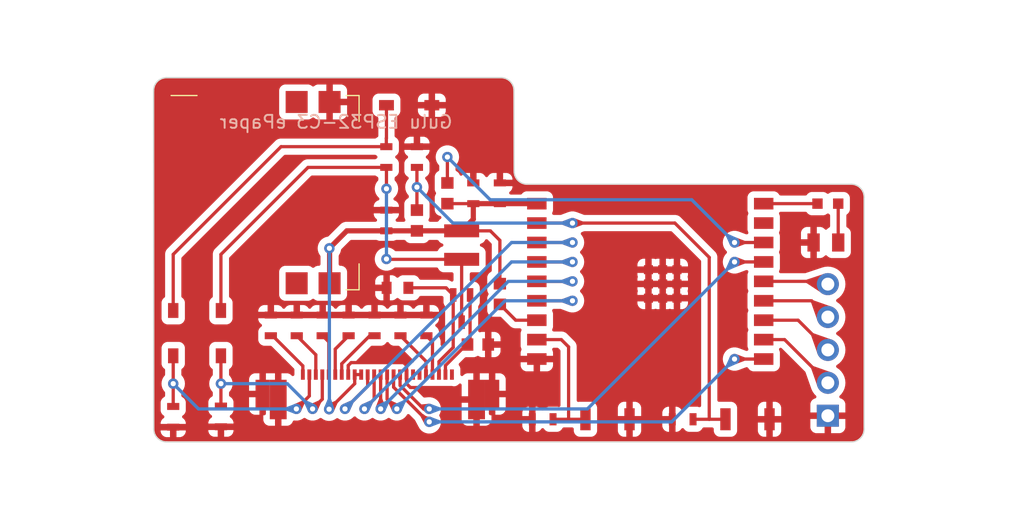
<source format=kicad_pcb>
(kicad_pcb (version 20240108) (generator "pcbnew") (generator_version "8.0")
  (title_block (title "Gulu_ESP32-C3_ePaper") (date "2024-03-05") (rev "2.0.0") (company "Github.com/Plaenkler"))
  (layers (0 "F.Cu" jumper) (31 "B.Cu" signal) (34 "B.Paste" user) (35 "F.Paste" user) (36 "B.SilkS" user "B.Silkscreen") (37 "F.SilkS" user "F.Silkscreen") (38 "B.Mask" user) (39 "F.Mask" user) (44 "Edge.Cuts" user))
  (net 0 "")
  (net 1 "GND")
  (net 2 "Net-(C1-Pad1)")
  (net 3 "+3.3V")
  (net 4 "Net-(C2-Pad1)")
  (net 5 "EN")
  (net 6 "Net-(D1-K)")
  (net 7 "Net-(D3-A)")
  (net 8 "IO9")
  (net 9 "EPD_VGL")
  (net 10 "EPD_VGH")
  (net 11 "Net-(C3-Pad1)")
  (net 12 "EPD_BUSY")
  (net 13 "EPD_RST")
  (net 14 "EPD_DC")
  (net 15 "EPD_CS")
  (net 16 "IO8")
  (net 17 "RXD")
  (net 18 "TXD")
  (net 19 "IO2")
  (net 20 "EPD_DIN")
  (net 21 "EPD_SCK")
  (net 22 "EPD_RESE")
  (net 23 "EPD_GDR")
  (net 24 "Net-(C4-Pad1)")
  (net 30 "Net-(C5-Pad1)")
  (net 31 "Net-(C9-Pad1)")
  (net 32 "Net-(C11-Pad1)")
  (net 34 "USB_DP")
  (net 35 "USB_DM")
  (net 36 "LED")
  (net 37 "Net-(LED1-K)")
  (footprint "SamacSys_Parts:CAPC1608X90N" (layer "F.Cu") (at 140.8927 105.125 90)
    (property "Reference" "C9" (hide yes))
    (property "Value" "4,7uF" (hide yes))
    (pad "1" smd rect (at -0.8 0 90) (size 0.54 0.94) (layers "F.Cu" "F.Paste" "F.Mask") (net 31 "Net-(C9-Pad1)"))
    (pad "2" smd rect (at 0.8 0 90) (size 0.54 0.94) (layers "F.Cu" "F.Paste" "F.Mask") (net 1 "GND"))
  )
  (footprint "SamacSys_Parts:RESC1608X55N" (layer "F.Cu") (at 148.5627 102.705 -90)
    (property "Reference" "R2" (hide yes))
    (property "Value" "10k" (hide yes))
    (pad "1" smd rect (at -0.8 0 270) (size 0.9 0.95) (layers "F.Cu" "F.Paste" "F.Mask") (net 3 "+3.3V"))
    (pad "2" smd rect (at 0.8 0 270) (size 0.9 0.95) (layers "F.Cu" "F.Paste" "F.Mask") (net 16 "IO8"))
  )
  (footprint "SamacSys_Parts:CAPC1608X90N" (layer "F.Cu") (at 142.8927 105.125 90)
    (property "Reference" "C11" (hide yes))
    (property "Value" "4,7uF" (hide yes))
    (pad "1" smd rect (at -0.8 0 90) (size 0.54 0.94) (layers "F.Cu" "F.Paste" "F.Mask") (net 32 "Net-(C11-Pad1)"))
    (pad "2" smd rect (at 0.8 0 90) (size 0.54 0.94) (layers "F.Cu" "F.Paste" "F.Mask") (net 1 "GND"))
  )
  (footprint "SamacSys_Parts:B3U-1000P" (layer "F.Cu") (at 167.6627 112.375 180)
    (property "Reference" "S2" (hide yes))
    (property "Value" "B3U-1000P" (hide yes))
    (pad "1" smd rect (at 1.7 0 180) (size 0.8 1.7) (layers "F.Cu" "F.Paste" "F.Mask") (net 5 "EN"))
    (pad "2" smd rect (at -1.7 0 180) (size 0.8 1.7) (layers "F.Cu" "F.Paste" "F.Mask") (net 1 "GND"))
  )
  (footprint "SamacSys_Parts:CAPC1608X90N" (layer "F.Cu") (at 123.3627 112.185 -90)
    (property "Reference" "C16" (hide yes))
    (property "Value" "4,7uF" (hide yes))
    (pad "1" smd rect (at -0.8 0 270) (size 0.54 0.94) (layers "F.Cu" "F.Paste" "F.Mask") (net 9 "EPD_VGL"))
    (pad "2" smd rect (at 0.8 0 270) (size 0.54 0.94) (layers "F.Cu" "F.Paste" "F.Mask") (net 1 "GND"))
  )
  (footprint "SamacSys_Parts:5982000107F" (layer "F.Cu") (at 173.8627 95.725 180)
    (property "Reference" "LED1" (hide yes))
    (property "Value" "598-2000-107F" (hide yes))
    (pad "1" smd rect (at -0.8 0 180) (size 0.8 0.8) (layers "F.Cu" "F.Paste" "F.Mask") (net 37 "Net-(LED1-K)"))
    (pad "2" smd rect (at 0.8 0 180) (size 0.8 0.8) (layers "F.Cu" "F.Paste" "F.Mask") (net 36 "LED"))
  )
  (footprint "Egg_LDO_1000:Egg_LDO_1000" (layer "F.Cu") (at 130.2 94.875 90)
    (property "Reference" "U1" (hide yes))
    (property "Value" "Egg_LDO_1000" (hide yes))
    (fp_line (start 7.5 -7) (end 7.5 -5) (stroke (width 0.1)) (layer "F.SilkS"))
    (fp_line (start 7.5 7.5) (end 7.5 6.5) (stroke (width 0.1)) (layer "F.SilkS"))
    (fp_line (start 7.5 7.5) (end 5.5 7.5) (stroke (width 0.1)) (layer "F.SilkS"))
    (fp_line (start -7.5 7.5) (end -7.5 6.5) (stroke (width 0.1)) (layer "F.SilkS"))
    (fp_line (start -7.5 7.5) (end -5.5 7.5) (stroke (width 0.1)) (layer "F.SilkS"))
    (pad "1" smd rect (at -7 2.685 90) (size 1.7 1.7) (layers "F.Cu" "F.Paste" "F.Mask"))
    (pad "2" smd rect (at -7 5.225 90) (size 1.7 1.7) (layers "F.Cu" "F.Paste" "F.Mask") (net 3 "+3.3V"))
    (pad "3" smd rect (at 7 2.685 90) (size 1.7 1.7) (layers "F.Cu" "F.Paste" "F.Mask"))
    (pad "4" smd rect (at 7 5.225 90) (size 1.7 1.7) (layers "F.Cu" "F.Paste" "F.Mask") (net 1 "GND"))
  )
  (footprint "SamacSys_Parts:CAPC1608X90N" (layer "F.Cu") (at 139.8027 97.025 90)
    (property "Reference" "C12" (hide yes))
    (property "Value" "4,7uF" (hide yes))
    (pad "1" smd rect (at -0.8 0 90) (size 0.54 0.94) (layers "F.Cu" "F.Paste" "F.Mask") (net 3 "+3.3V"))
    (pad "2" smd rect (at 0.8 0 90) (size 0.54 0.94) (layers "F.Cu" "F.Paste" "F.Mask") (net 1 "GND"))
  )
  (footprint "SamacSys_Parts:CAPC1608X90N" (layer "F.Cu") (at 127.0427 112.155 -90)
    (property "Reference" "C17" (hide yes))
    (property "Value" "4,7uF" (hide yes))
    (pad "1" smd rect (at -0.8 0 270) (size 0.54 0.94) (layers "F.Cu" "F.Paste" "F.Mask") (net 10 "EPD_VGH"))
    (pad "2" smd rect (at 0.8 0 270) (size 0.54 0.94) (layers "F.Cu" "F.Paste" "F.Mask") (net 1 "GND"))
  )
  (footprint "SamacSys_Parts:RESC1608X55N" (layer "F.Cu") (at 146.8627 106.605)
    (property "Reference" "R4" (hide yes))
    (property "Value" "10k" (hide yes))
    (pad "1" smd rect (at -0.8 0) (size 0.9 0.95) (layers "F.Cu" "F.Paste" "F.Mask") (net 23 "EPD_GDR"))
    (pad "2" smd rect (at 0.8 0) (size 0.9 0.95) (layers "F.Cu" "F.Paste" "F.Mask") (net 1 "GND"))
  )
  (footprint "SamacSys_Parts:524352471" (layer "F.Cu") (at 139.1127 111.775)
    (property "Reference" "J1" (hide yes))
    (property "Value" "52435-2471" (hide yes))
    (pad "1" smd rect (at -5.75 -2.85) (size 0.3 0.8) (layers "F.Cu" "F.Paste" "F.Mask") (net 2 "Net-(C1-Pad1)"))
    (pad "2" smd rect (at -5.25 -2.85) (size 0.3 0.8) (layers "F.Cu" "F.Paste" "F.Mask") (net 9 "EPD_VGL"))
    (pad "3" smd rect (at -4.75 -2.85) (size 0.3 0.8) (layers "F.Cu" "F.Paste" "F.Mask") (net 4 "Net-(C2-Pad1)"))
    (pad "4" smd rect (at -4.25 -2.85) (size 0.3 0.8) (layers "F.Cu" "F.Paste" "F.Mask") (net 10 "EPD_VGH"))
    (pad "5" smd rect (at -3.75 -2.85) (size 0.3 0.8) (layers "F.Cu" "F.Paste" "F.Mask") (net 11 "Net-(C3-Pad1)"))
    (pad "6" smd rect (at -3.25 -2.85) (size 0.3 0.8) (layers "F.Cu" "F.Paste" "F.Mask") (net 24 "Net-(C4-Pad1)"))
    (pad "7" smd rect (at -2.75 -2.85) (size 0.3 0.8) (layers "F.Cu" "F.Paste" "F.Mask") (net 30 "Net-(C5-Pad1)"))
    (pad "8" smd rect (at -2.25 -2.85) (size 0.3 0.8) (layers "F.Cu" "F.Paste" "F.Mask") (net 1 "GND"))
    (pad "9" smd rect (at -1.75 -2.85) (size 0.3 0.8) (layers "F.Cu" "F.Paste" "F.Mask") (net 3 "+3.3V"))
    (pad "10" smd rect (at -1.25 -2.85) (size 0.3 0.8) (layers "F.Cu" "F.Paste" "F.Mask") (net 3 "+3.3V"))
    (pad "11" smd rect (at -0.75 -2.85) (size 0.3 0.8) (layers "F.Cu" "F.Paste" "F.Mask") (net 20 "EPD_DIN"))
    (pad "12" smd rect (at -0.25 -2.85) (size 0.3 0.8) (layers "F.Cu" "F.Paste" "F.Mask") (net 21 "EPD_SCK"))
    (pad "13" smd rect (at 0.25 -2.85) (size 0.3 0.8) (layers "F.Cu" "F.Paste" "F.Mask") (net 15 "EPD_CS"))
    (pad "14" smd rect (at 0.75 -2.85) (size 0.3 0.8) (layers "F.Cu" "F.Paste" "F.Mask") (net 14 "EPD_DC"))
    (pad "15" smd rect (at 1.25 -2.85) (size 0.3 0.8) (layers "F.Cu" "F.Paste" "F.Mask") (net 13 "EPD_RST"))
    (pad "16" smd rect (at 1.75 -2.85) (size 0.3 0.8) (layers "F.Cu" "F.Paste" "F.Mask") (net 12 "EPD_BUSY"))
    (pad "17" smd rect (at 2.25 -2.85) (size 0.3 0.8) (layers "F.Cu" "F.Paste" "F.Mask") (net 1 "GND"))
    (pad "18" smd rect (at 2.75 -2.85) (size 0.3 0.8) (layers "F.Cu" "F.Paste" "F.Mask"))
    (pad "19" smd rect (at 3.25 -2.85) (size 0.3 0.8) (layers "F.Cu" "F.Paste" "F.Mask"))
    (pad "20" smd rect (at 3.75 -2.85) (size 0.3 0.8) (layers "F.Cu" "F.Paste" "F.Mask") (net 31 "Net-(C9-Pad1)"))
    (pad "21" smd rect (at 4.25 -2.85) (size 0.3 0.8) (layers "F.Cu" "F.Paste" "F.Mask") (net 32 "Net-(C11-Pad1)"))
    (pad "22" smd rect (at 4.75 -2.85) (size 0.3 0.8) (layers "F.Cu" "F.Paste" "F.Mask") (net 22 "EPD_RESE"))
    (pad "23" smd rect (at 5.25 -2.85) (size 0.3 0.8) (layers "F.Cu" "F.Paste" "F.Mask") (net 23 "EPD_GDR"))
    (pad "24" smd rect (at 5.75 -2.85) (size 0.3 0.8) (layers "F.Cu" "F.Paste" "F.Mask"))
    (pad "MP1" smd rect (at -8.85 -1.35) (size 1.1 2.2) (layers "F.Cu" "F.Paste" "F.Mask") (net 1 "GND"))
    (pad "MP2" smd rect (at -7.65 -0.925) (size 1.3 3.05) (layers "F.Cu" "F.Paste" "F.Mask") (net 1 "GND"))
    (pad "MP3" smd rect (at 7.65 -0.925) (size 1.3 3.05) (layers "F.Cu" "F.Paste" "F.Mask") (net 1 "GND"))
    (pad "MP4" smd rect (at 8.85 -1.35) (size 1.1 2.2) (layers "F.Cu" "F.Paste" "F.Mask") (net 1 "GND"))
  )
  (footprint "SamacSys_Parts:CAPC1608X90N" (layer "F.Cu") (at 146.5127 94.925 90)
    (property "Reference" "C7" (hide yes))
    (property "Value" "4,7uF" (hide yes))
    (pad "1" smd rect (at -0.8 0 90) (size 0.54 0.94) (layers "F.Cu" "F.Paste" "F.Mask") (net 3 "+3.3V"))
    (pad "2" smd rect (at 0.8 0 90) (size 0.54 0.94) (layers "F.Cu" "F.Paste" "F.Mask") (net 1 "GND"))
  )
  (footprint "SamacSys_Parts:RESC1608X55N" (layer "F.Cu") (at 144.5127 94.925 90)
    (property "Reference" "R1" (hide yes))
    (property "Value" "10k" (hide yes))
    (pad "1" smd rect (at -0.8 0 90) (size 0.9 0.95) (layers "F.Cu" "F.Paste" "F.Mask") (net 3 "+3.3V"))
    (pad "2" smd rect (at 0.8 0 90) (size 0.9 0.95) (layers "F.Cu" "F.Paste" "F.Mask") (net 19 "IO2"))
  )
  (footprint "SamacSys_Parts:CAPC1608X90N" (layer "F.Cu") (at 138.8927 105.125 90)
    (property "Reference" "C5" (hide yes))
    (property "Value" "4,7uF" (hide yes))
    (pad "1" smd rect (at -0.8 0 90) (size 0.54 0.94) (layers "F.Cu" "F.Paste" "F.Mask") (net 30 "Net-(C5-Pad1)"))
    (pad "2" smd rect (at 0.8 0 90) (size 0.54 0.94) (layers "F.Cu" "F.Paste" "F.Mask") (net 1 "GND"))
  )
  (footprint "SamacSys_Parts:RESC1608X60N" (layer "F.Cu") (at 140.6627 102.225 180)
    (property "Reference" "R5" (hide yes))
    (property "Value" "0,47" (hide yes))
    (pad "1" smd rect (at -0.8382 0 180) (size 0.762 0.9398) (layers "F.Cu" "F.Paste" "F.Mask") (net 22 "EPD_RESE"))
    (pad "2" smd rect (at 0.8382 0 180) (size 0.762 0.9398) (layers "F.Cu" "F.Paste" "F.Mask") (net 1 "GND"))
  )
  (footprint "SamacSys_Parts:CAPC1608X90N" (layer "F.Cu") (at 132.8927 105.125 90)
    (property "Reference" "C2" (hide yes))
    (property "Value" "4,7uF" (hide yes))
    (pad "1" smd rect (at -0.8 0 90) (size 0.54 0.94) (layers "F.Cu" "F.Paste" "F.Mask") (net 4 "Net-(C2-Pad1)"))
    (pad "2" smd rect (at 0.8 0 90) (size 0.54 0.94) (layers "F.Cu" "F.Paste" "F.Mask") (net 1 "GND"))
  )
  (footprint "SamacSys_Parts:CAPC1608X90N" (layer "F.Cu") (at 134.8927 105.125 90)
    (property "Reference" "C3" (hide yes))
    (property "Value" "4,7uF" (hide yes))
    (pad "1" smd rect (at -0.8 0 90) (size 0.54 0.94) (layers "F.Cu" "F.Paste" "F.Mask") (net 11 "Net-(C3-Pad1)"))
    (pad "2" smd rect (at 0.8 0 90) (size 0.54 0.94) (layers "F.Cu" "F.Paste" "F.Mask") (net 1 "GND"))
  )
  (footprint "SamacSys_Parts:RESC2012X60N" (layer "F.Cu") (at 173.7127 98.725 180)
    (property "Reference" "R6" (hide yes))
    (property "Value" "60,4" (hide yes))
    (pad "1" smd rect (at -0.95 0 180) (size 0.95 1.4) (layers "F.Cu" "F.Paste" "F.Mask") (net 37 "Net-(LED1-K)"))
    (pad "2" smd rect (at 0.95 0 180) (size 0.95 1.4) (layers "F.Cu" "F.Paste" "F.Mask") (net 1 "GND"))
  )
  (footprint "SamacSys_Parts:CAPC1608X90N" (layer "F.Cu") (at 148.5627 94.925 90)
    (property "Reference" "C10" (hide yes))
    (property "Value" "0,1uF" (hide yes))
    (pad "1" smd rect (at -0.8 0 90) (size 0.54 0.94) (layers "F.Cu" "F.Paste" "F.Mask") (net 3 "+3.3V"))
    (pad "2" smd rect (at 0.8 0 90) (size 0.54 0.94) (layers "F.Cu" "F.Paste" "F.Mask") (net 1 "GND"))
  )
  (footprint "SamacSys_Parts:CAPC1608X90N" (layer "F.Cu") (at 130.8927 105.125 90)
    (property "Reference" "C1" (hide yes))
    (property "Value" "4,7uF" (hide yes))
    (pad "1" smd rect (at -0.8 0 90) (size 0.54 0.94) (layers "F.Cu" "F.Paste" "F.Mask") (net 2 "Net-(C1-Pad1)"))
    (pad "2" smd rect (at 0.8 0 90) (size 0.54 0.94) (layers "F.Cu" "F.Paste" "F.Mask") (net 1 "GND"))
  )
  (footprint "SamacSys_Parts:CAPC1608X90N" (layer "F.Cu") (at 136.8927 105.125 90)
    (property "Reference" "C4" (hide yes))
    (property "Value" "4,7uF" (hide yes))
    (pad "1" smd rect (at -0.8 0 90) (size 0.54 0.94) (layers "F.Cu" "F.Paste" "F.Mask") (net 24 "Net-(C4-Pad1)"))
    (pad "2" smd rect (at 0.8 0 90) (size 0.54 0.94) (layers "F.Cu" "F.Paste" "F.Mask") (net 1 "GND"))
  )
  (footprint "SamacSys_Parts:SOD3716X135N" (layer "F.Cu") (at 123.3627 105.725 -90)
    (property "Reference" "D1" (hide yes))
    (property "Value" "MBR0530T1G" (hide yes))
    (pad "1" smd rect (at -1.75 0) (size 0.8 1.15) (layers "F.Cu" "F.Paste" "F.Mask") (net 6 "Net-(D1-K)"))
    (pad "2" smd rect (at 1.75 0) (size 0.8 1.15) (layers "F.Cu" "F.Paste" "F.Mask") (net 9 "EPD_VGL"))
  )
  (footprint "SamacSys_Parts:SOD3716X135N" (layer "F.Cu") (at 127.0427 105.725 90)
    (property "Reference" "D3" (hide yes))
    (property "Value" "MBR0530T1G" (hide yes))
    (pad "1" smd rect (at -1.75 0 180) (size 0.8 1.15) (layers "F.Cu" "F.Paste" "F.Mask") (net 10 "EPD_VGH"))
    (pad "2" smd rect (at 1.75 0 180) (size 0.8 1.15) (layers "F.Cu" "F.Paste" "F.Mask") (net 7 "Net-(D3-A)"))
  )
  (footprint "SamacSys_Parts:SOD3716X135N" (layer "F.Cu") (at 141.5627 88.125 180)
    (property "Reference" "D2" (hide yes))
    (property "Value" "MBR0530T1G" (hide yes))
    (pad "1" smd rect (at -1.75 0 270) (size 0.8 1.15) (layers "F.Cu" "F.Paste" "F.Mask") (net 1 "GND"))
    (pad "2" smd rect (at 1.75 0 270) (size 0.8 1.15) (layers "F.Cu" "F.Paste" "F.Mask") (net 6 "Net-(D1-K)"))
  )
  (footprint "SamacSys_Parts:CAPC1608X90N" (layer "F.Cu") (at 162.6627 112.375 180)
    (property "Reference" "C13" (hide yes))
    (property "Value" "0,1uF" (hide yes))
    (pad "1" smd rect (at -0.8 0 180) (size 0.54 0.94) (layers "F.Cu" "F.Paste" "F.Mask") (net 5 "EN"))
    (pad "2" smd rect (at 0.8 0 180) (size 0.54 0.94) (layers "F.Cu" "F.Paste" "F.Mask") (net 1 "GND"))
  )
  (footprint "SamacSys_Parts:CAPC1608X90N" (layer "F.Cu") (at 151.8627 112.375 180)
    (property "Reference" "C6" (hide yes))
    (property "Value" "0,1uF" (hide yes))
    (pad "1" smd rect (at -0.8 0 180) (size 0.54 0.94) (layers "F.Cu" "F.Paste" "F.Mask") (net 8 "IO9"))
    (pad "2" smd rect (at 0.8 0 180) (size 0.54 0.94) (layers "F.Cu" "F.Paste" "F.Mask") (net 1 "GND"))
  )
  (footprint "SamacSys_Parts:CAPC1608X90N" (layer "F.Cu") (at 142.1627 92.125 90)
    (property "Reference" "C14" (hide yes))
    (property "Value" "1uF" (hide yes))
    (pad "1" smd rect (at -0.8 0 90) (size 0.54 0.94) (layers "F.Cu" "F.Paste" "F.Mask") (net 5 "EN"))
    (pad "2" smd rect (at 0.8 0 90) (size 0.54 0.94) (layers "F.Cu" "F.Paste" "F.Mask") (net 1 "GND"))
  )
  (footprint "Connector_PinHeader_2.54mm:PinHeader_1x05_P2.54mm_Vertical" (layer "F.Cu") (at 173.8627 112.1 180)
    (property "Reference" "J2" (hide yes))
    (property "Value" "Conn_01x05" (hide yes))
    (pad "1" thru_hole rect (at 0 0 180) (size 1.7 1.7) (drill 1) (layers "*.Cu" "*.Mask") (net 1 "GND"))
    (pad "2" thru_hole oval (at 0 2.54 180) (size 1.7 1.7) (drill 1) (layers "*.Cu" "*.Mask") (net 17 "RXD"))
    (pad "3" thru_hole oval (at 0 5.08 180) (size 1.7 1.7) (drill 1) (layers "*.Cu" "*.Mask") (net 18 "TXD"))
    (pad "4" thru_hole oval (at 0 7.62 180) (size 1.7 1.7) (drill 1) (layers "*.Cu" "*.Mask") (net 34 "USB_DP"))
    (pad "5" thru_hole oval (at 0 10.16 180) (size 1.7 1.7) (drill 1) (layers "*.Cu" "*.Mask") (net 35 "USB_DM"))
  )
  (footprint "SamacSys_Parts:CAPC1608X90N" (layer "F.Cu") (at 139.8027 92.125 -90)
    (property "Reference" "C15" (hide yes))
    (property "Value" "4,7uF" (hide yes))
    (pad "1" smd rect (at -0.8 0 270) (size 0.54 0.94) (layers "F.Cu" "F.Paste" "F.Mask") (net 6 "Net-(D1-K)"))
    (pad "2" smd rect (at 0.8 0 270) (size 0.54 0.94) (layers "F.Cu" "F.Paste" "F.Mask") (net 7 "Net-(D3-A)"))
  )
  (footprint "SamacSys_Parts:B3U-1000P" (layer "F.Cu") (at 156.8627 112.375 180)
    (property "Reference" "S1" (hide yes))
    (property "Value" "B3U-1000P" (hide yes))
    (pad "1" smd rect (at 1.7 0 180) (size 0.8 1.7) (layers "F.Cu" "F.Paste" "F.Mask") (net 8 "IO9"))
    (pad "2" smd rect (at -1.7 0 180) (size 0.8 1.7) (layers "F.Cu" "F.Paste" "F.Mask") (net 1 "GND"))
  )
  (footprint "SamacSys_Parts:SRN3015" (layer "F.Cu") (at 145.6127 98.925 180)
    (property "Reference" "L1" (hide yes))
    (property "Value" "10uH" (hide yes))
    (pad "1" smd rect (at 0 1.1 270) (size 1 2.7) (layers "F.Cu" "F.Paste" "F.Mask") (net 3 "+3.3V"))
    (pad "2" smd rect (at 0 -1.1 270) (size 1 2.7) (layers "F.Cu" "F.Paste" "F.Mask") (net 7 "Net-(D3-A)"))
  )
  (footprint "SamacSys_Parts:ESP32C3WROOM02H4" (layer "F.Cu") (at 150.6627 108.625)
    (property "Reference" "IC1" (hide yes))
    (property "Value" "ESP32-C3-WROOM-02-H4" (hide yes))
    (pad "1" smd rect (at 0.75 -12.9 90) (size 0.9 1.5) (layers "F.Cu" "F.Paste" "F.Mask") (net 3 "+3.3V"))
    (pad "2" smd rect (at 0.75 -11.4 90) (size 0.9 1.5) (layers "F.Cu" "F.Paste" "F.Mask") (net 5 "EN"))
    (pad "3" smd rect (at 0.75 -9.9 90) (size 0.9 1.5) (layers "F.Cu" "F.Paste" "F.Mask") (net 20 "EPD_DIN"))
    (pad "4" smd rect (at 0.75 -8.4 90) (size 0.9 1.5) (layers "F.Cu" "F.Paste" "F.Mask") (net 21 "EPD_SCK"))
    (pad "5" smd rect (at 0.75 -6.9 90) (size 0.9 1.5) (layers "F.Cu" "F.Paste" "F.Mask") (net 15 "EPD_CS"))
    (pad "6" smd rect (at 0.75 -5.4 90) (size 0.9 1.5) (layers "F.Cu" "F.Paste" "F.Mask") (net 14 "EPD_DC"))
    (pad "7" smd rect (at 0.75 -3.9 90) (size 0.9 1.5) (layers "F.Cu" "F.Paste" "F.Mask") (net 16 "IO8"))
    (pad "8" smd rect (at 0.75 -2.4 90) (size 0.9 1.5) (layers "F.Cu" "F.Paste" "F.Mask") (net 8 "IO9"))
    (pad "9" smd rect (at 0.75 -0.9 90) (size 0.9 1.5) (layers "F.Cu" "F.Paste" "F.Mask") (net 1 "GND"))
    (pad "10" smd rect (at 18.25 -0.9 90) (size 0.9 1.5) (layers "F.Cu" "F.Paste" "F.Mask") (net 13 "EPD_RST"))
    (pad "11" smd rect (at 18.25 -2.4 90) (size 0.9 1.5) (layers "F.Cu" "F.Paste" "F.Mask") (net 17 "RXD"))
    (pad "12" smd rect (at 18.25 -3.9 90) (size 0.9 1.5) (layers "F.Cu" "F.Paste" "F.Mask") (net 18 "TXD"))
    (pad "13" smd rect (at 18.25 -5.4 90) (size 0.9 1.5) (layers "F.Cu" "F.Paste" "F.Mask") (net 34 "USB_DP"))
    (pad "14" smd rect (at 18.25 -6.9 90) (size 0.9 1.5) (layers "F.Cu" "F.Paste" "F.Mask") (net 35 "USB_DM"))
    (pad "15" smd rect (at 18.25 -8.4 90) (size 0.9 1.5) (layers "F.Cu" "F.Paste" "F.Mask") (net 12 "EPD_BUSY"))
    (pad "16" smd rect (at 18.25 -9.9 90) (size 0.9 1.5) (layers "F.Cu" "F.Paste" "F.Mask") (net 19 "IO2"))
    (pad "17" smd rect (at 18.25 -11.4 90) (size 0.9 1.5) (layers "F.Cu" "F.Paste" "F.Mask"))
    (pad "18" smd rect (at 18.25 -12.9 90) (size 0.9 1.5) (layers "F.Cu" "F.Paste" "F.Mask") (net 36 "LED"))
    (pad "19" smd rect (at 10.46 -6.7 90) (size 0.7 0.7) (layers "F.Cu" "F.Paste" "F.Mask") (net 1 "GND"))
    (pad "20" smd rect (at 11.56 -6.7 90) (size 0.7 0.7) (layers "F.Cu" "F.Paste" "F.Mask") (net 1 "GND"))
    (pad "21" smd rect (at 11.56 -7.8 90) (size 0.7 0.7) (layers "F.Cu" "F.Paste" "F.Mask") (net 1 "GND"))
    (pad "22" smd rect (at 10.46 -7.8 90) (size 0.7 0.7) (layers "F.Cu" "F.Paste" "F.Mask") (net 1 "GND"))
    (pad "23" smd rect (at 9.36 -7.8 90) (size 0.7 0.7) (layers "F.Cu" "F.Paste" "F.Mask") (net 1 "GND"))
    (pad "24" smd rect (at 9.36 -6.7 90) (size 0.7 0.7) (layers "F.Cu" "F.Paste" "F.Mask") (net 1 "GND"))
    (pad "25" smd rect (at 9.36 -5.6 90) (size 0.7 0.7) (layers "F.Cu" "F.Paste" "F.Mask") (net 1 "GND"))
    (pad "26" smd rect (at 10.46 -5.6 90) (size 0.7 0.7) (layers "F.Cu" "F.Paste" "F.Mask") (net 1 "GND"))
    (pad "27" smd rect (at 11.56 -5.6 90) (size 0.7 0.7) (layers "F.Cu" "F.Paste" "F.Mask") (net 1 "GND"))
  )
  (footprint "SamacSys_Parts:SOT65P210X110-3N" (layer "F.Cu") (at 145.6127 103.825 -90)
    (property "Reference" "Q1" (hide yes))
    (property "Value" "Si1308EDL-T1-GE3" (hide yes))
    (pad "1" smd rect (at -1.05 -0.65) (size 0.5 1.05) (layers "F.Cu" "F.Paste" "F.Mask") (net 23 "EPD_GDR"))
    (pad "2" smd rect (at -1.05 0.65) (size 0.5 1.05) (layers "F.Cu" "F.Paste" "F.Mask") (net 22 "EPD_RESE"))
    (pad "3" smd rect (at 1.05 0) (size 0.5 1.05) (layers "F.Cu" "F.Paste" "F.Mask") (net 7 "Net-(D3-A)"))
  )
  (footprint "SamacSys_Parts:RESC1608X55N" (layer "F.Cu") (at 142.1627 97.025 90)
    (property "Reference" "R3" (hide yes))
    (property "Value" "10k" (hide yes))
    (pad "1" smd rect (at -0.8 0 90) (size 0.9 0.95) (layers "F.Cu" "F.Paste" "F.Mask") (net 3 "+3.3V"))
    (pad "2" smd rect (at 0.8 0 90) (size 0.9 0.95) (layers "F.Cu" "F.Paste" "F.Mask") (net 5 "EN"))
  )
  (gr_arc (start 121.85 87) (mid 122.142893 86.292893) (end 122.85 86) (stroke (width 0.1)) (layer "Edge.Cuts"))
  (gr_arc (start 122.8627 114.125) (mid 122.155593 113.832107) (end 121.8627 113.125) (stroke (width 0.1)) (layer "Edge.Cuts"))
  (gr_arc (start 175.6627 94.225001) (mid 176.369806 94.517894) (end 176.6627 95.225001) (stroke (width 0.1)) (layer "Edge.Cuts"))
  (gr_line (start 149.65 87) (end 149.662701 93.224999) (stroke (width 0.1)) (layer "Edge.Cuts"))
  (gr_arc (start 176.6627 113.124999) (mid 176.369807 113.832106) (end 175.6627 114.124999) (stroke (width 0.1)) (layer "Edge.Cuts"))
  (gr_line (start 150.662701 94.224999) (end 175.6627 94.225001) (stroke (width 0.1)) (layer "Edge.Cuts"))
  (gr_arc (start 150.662701 94.224999) (mid 149.955594 93.932106) (end 149.662701 93.224999) (stroke (width 0.1)) (layer "Edge.Cuts"))
  (gr_arc (start 148.65 86) (mid 149.357107 86.292893) (end 149.65 87) (stroke (width 0.1)) (layer "Edge.Cuts"))
  (gr_line (start 176.6627 95.225001) (end 176.6627 113.124999) (stroke (width 0.1)) (layer "Edge.Cuts"))
  (gr_line (start 122.85 86) (end 148.65 86) (stroke (width 0.1)) (layer "Edge.Cuts"))
  (gr_line (start 122.8627 114.125) (end 175.6627 114.124999) (stroke (width 0.1)) (layer "Edge.Cuts"))
  (gr_line (start 121.85 87) (end 121.8627 113.125) (stroke (width 0.1)) (layer "Edge.Cuts"))
  (gr_text "Gulu ESP32-C3 ePaper" (at 145 90 0) (layer "B.SilkS") (effects (font (size 1 1)) (justify left bottom mirror)))
  (segment (start 141.1377 108) (end 137.0877 108) (width 0.25) (layer "F.Cu") (net 1))
  (segment (start 141.3627 109.625) (end 141.6627 109.925) (width 0.25) (layer "F.Cu") (net 1))
  (segment (start 141.3627 108.925) (end 141.3627 108.225) (width 0.25) (layer "F.Cu") (net 1))
  (segment (start 141.3627 108.925) (end 141.3627 109.625) (width 0.25) (layer "F.Cu") (net 1))
  (segment (start 137.0877 108) (end 136.8627 108.225) (width 0.25) (layer "F.Cu") (net 1))
  (segment (start 141.6627 109.925) (end 144.8627 109.925) (width 0.25) (layer "F.Cu") (net 1))
  (segment (start 141.3627 108.225) (end 141.1377 108) (width 0.25) (layer "F.Cu") (net 1))
  (segment (start 136.8627 108.225) (end 136.8627 108.925) (width 0.25) (layer "F.Cu") (net 1))
  (segment (start 133.3627 108.255) (end 131.0327 105.925) (width 0.25) (layer "F.Cu") (net 2))
  (segment (start 133.3627 108.925) (end 133.3627 108.255) (width 0.25) (layer "F.Cu") (net 2))
  (segment (start 135.425 99.185) (end 135.41 99.17) (width 0.25) (layer "F.Cu") (net 3))
  (segment (start 144.5127 95.725) (end 146.5127 95.725) (width 0.25) (layer "F.Cu") (net 3))
  (segment (start 148.5627 98.5627) (end 147.825 97.825) (width 0.25) (layer "F.Cu") (net 3))
  (segment (start 146.5127 95.725) (end 146.5127 96.925) (width 0.4) (layer "F.Cu") (net 3))
  (segment (start 135.425 99.395) (end 135.425 101.875) (width 0.4) (layer "F.Cu") (net 3))
  (segment (start 137.3627 109.625) (end 137.3627 108.925) (width 0.25) (layer "F.Cu") (net 3))
  (segment (start 142.1627 97.825) (end 145.6127 97.825) (width 0.4) (layer "F.Cu") (net 3))
  (segment (start 151.4127 95.725) (end 148.5627 95.725) (width 0.4) (layer "F.Cu") (net 3))
  (segment (start 148.5627 95.725) (end 146.5127 95.725) (width 0.4) (layer "F.Cu") (net 3))
  (segment (start 139.8027 97.825) (end 142.1627 97.825) (width 0.4) (layer "F.Cu") (net 3))
  (segment (start 135.41 99.38) (end 135.425 99.395) (width 0.25) (layer "F.Cu") (net 3))
  (segment (start 135.3877 111.6) (end 137.3627 109.625) (width 0.25) (layer "F.Cu") (net 3))
  (segment (start 148.5627 101.905) (end 148.5627 98.5627) (width 0.25) (layer "F.Cu") (net 3))
  (segment (start 139.8027 97.825) (end 136.755 97.825) (width 0.4) (layer "F.Cu") (net 3))
  (segment (start 137.3627 108.925) (end 137.8627 108.925) (width 0.25) (layer "F.Cu") (net 3))
  (segment (start 135.41 99.17) (end 135.41 99.38) (width 0.25) (layer "F.Cu") (net 3))
  (segment (start 146.5127 96.925) (end 145.6127 97.825) (width 0.4) (layer "F.Cu") (net 3))
  (segment (start 136.755 97.825) (end 135.41 99.17) (width 0.4) (layer "F.Cu") (net 3))
  (segment (start 147.825 97.825) (end 145.6127 97.825) (width 0.25) (layer "F.Cu") (net 3))
  (via (at 135.3877 111.6) (size 0.8) (drill 0.4) (layers "F.Cu" "B.Cu") (net 3))
  (via (at 135.41 99.17) (size 0.8) (drill 0.4) (layers "F.Cu" "B.Cu") (net 3))
  (segment (start 135.41 111.5777) (end 135.3877 111.6) (width 0.25) (layer "B.Cu") (net 3))
  (segment (start 135.41 99.17) (end 135.41 111.5777) (width 0.25) (layer "B.Cu") (net 3))
  (segment (start 134.3627 108.925) (end 134.3627 107.395) (width 0.25) (layer "F.Cu") (net 4))
  (segment (start 134.3627 107.395) (end 132.8927 105.925) (width 0.25) (layer "F.Cu") (net 4))
  (segment (start 154.1627 97.225) (end 151.4127 97.225) (width 0.25) (layer "F.Cu") (net 5))
  (segment (start 164.7127 112.375) (end 163.4627 112.375) (width 0.25) (layer "F.Cu") (net 5))
  (segment (start 142.1627 96.225) (end 142.1627 94.45) (width 0.25) (layer "F.Cu") (net 5))
  (segment (start 165.9627 112.375) (end 164.7127 112.375) (width 0.25) (layer "F.Cu") (net 5))
  (segment (start 164.7127 99.875) (end 162.0627 97.225) (width 0.25) (layer "F.Cu") (net 5))
  (segment (start 162.0627 97.225) (end 154.1627 97.225) (width 0.25) (layer "F.Cu") (net 5))
  (segment (start 164.7127 112.375) (end 164.7127 99.875) (width 0.25) (layer "F.Cu") (net 5))
  (segment (start 142.1627 94.45) (end 142.1627 92.925) (width 0.25) (layer "F.Cu") (net 5))
  (via (at 142.1627 94.45) (size 0.8) (drill 0.4) (layers "F.Cu" "B.Cu") (net 5))
  (via (at 154.1627 97.225) (size 0.8) (drill 0.4) (layers "F.Cu" "B.Cu") (net 5))
  (segment (start 144.9377 97.225) (end 142.1627 94.45) (width 0.25) (layer "B.Cu") (net 5))
  (segment (start 154.1627 97.225) (end 144.9377 97.225) (width 0.25) (layer "B.Cu") (net 5))
  (segment (start 123.3627 99.645) (end 131.6827 91.325) (width 0.25) (layer "F.Cu") (net 6))
  (segment (start 139.8027 90.685) (end 139.8127 90.675) (width 0.25) (layer "F.Cu") (net 6))
  (segment (start 139.8127 90.675) (end 139.8127 88.125) (width 0.25) (layer "F.Cu") (net 6))
  (segment (start 131.6827 91.325) (end 139.8027 91.325) (width 0.25) (layer "F.Cu") (net 6))
  (segment (start 139.8027 91.325) (end 139.8027 90.685) (width 0.25) (layer "F.Cu") (net 6))
  (segment (start 123.3627 103.975) (end 123.3627 99.645) (width 0.25) (layer "F.Cu") (net 6))
  (segment (start 145.6127 100.025) (end 139.8377 100.025) (width 0.25) (layer "F.Cu") (net 7))
  (segment (start 133.7627 92.925) (end 127.0427 99.645) (width 0.25) (layer "F.Cu") (net 7))
  (segment (start 139.8127 94.575) (end 139.8127 92.935) (width 0.25) (layer "F.Cu") (net 7))
  (segment (start 139.8377 100.025) (end 139.8127 100) (width 0.25) (layer "F.Cu") (net 7))
  (segment (start 139.8027 92.925) (end 133.7627 92.925) (width 0.25) (layer "F.Cu") (net 7))
  (segment (start 127.0427 99.645) (end 127.0427 103.975) (width 0.25) (layer "F.Cu") (net 7))
  (segment (start 145.6127 104.875) (end 145.6127 100.025) (width 0.25) (layer "F.Cu") (net 7))
  (via (at 139.8127 94.575) (size 0.8) (drill 0.4) (layers "F.Cu" "B.Cu") (net 7))
  (via (at 139.8127 100) (size 0.8) (drill 0.4) (layers "F.Cu" "B.Cu") (net 7))
  (segment (start 139.8127 100) (end 139.8127 94.575) (width 0.25) (layer "B.Cu") (net 7))
  (segment (start 152.6627 112.375) (end 153.8627 112.375) (width 0.25) (layer "F.Cu") (net 8))
  (segment (start 153.3027 106.225) (end 153.8627 106.785) (width 0.25) (layer "F.Cu") (net 8))
  (segment (start 151.4127 106.225) (end 153.3027 106.225) (width 0.25) (layer "F.Cu") (net 8))
  (segment (start 153.8627 106.785) (end 153.8627 112.375) (width 0.25) (layer "F.Cu") (net 8))
  (segment (start 153.8627 112.375) (end 155.1627 112.375) (width 0.25) (layer "F.Cu") (net 8))
  (segment (start 133.8627 110.575) (end 133.8627 108.925) (width 0.25) (layer "F.Cu") (net 9))
  (segment (start 132.8627 111.575) (end 133.8627 110.575) (width 0.25) (layer "F.Cu") (net 9))
  (segment (start 123.3627 111.385) (end 123.3627 109.625) (width 0.25) (layer "F.Cu") (net 9))
  (segment (start 123.3627 109.625) (end 123.3627 107.475) (width 0.25) (layer "F.Cu") (net 9))
  (via (at 123.3627 109.625) (size 0.8) (drill 0.4) (layers "F.Cu" "B.Cu") (net 9))
  (via (at 132.8627 111.575) (size 0.8) (drill 0.4) (layers "F.Cu" "B.Cu") (net 9))
  (segment (start 125.3127 111.575) (end 132.8627 111.575) (width 0.25) (layer "B.Cu") (net 9))
  (segment (start 123.3627 109.625) (end 125.3127 111.575) (width 0.25) (layer "B.Cu") (net 9))
  (segment (start 127.0427 111.355) (end 127.0427 109.625) (width 0.25) (layer "F.Cu") (net 10))
  (segment (start 127.0427 109.625) (end 127.0427 107.475) (width 0.25) (layer "F.Cu") (net 10))
  (segment (start 134.8627 110.825) (end 134.8627 108.925) (width 0.25) (layer "F.Cu") (net 10))
  (segment (start 134.1127 111.575) (end 134.8627 110.825) (width 0.25) (layer "F.Cu") (net 10))
  (via (at 134.1127 111.575) (size 0.8) (drill 0.4) (layers "F.Cu" "B.Cu") (net 10))
  (via (at 127.0427 109.625) (size 0.8) (drill 0.4) (layers "F.Cu" "B.Cu") (net 10))
  (segment (start 127.0427 109.625) (end 132.1627 109.625) (width 0.25) (layer "B.Cu") (net 10))
  (segment (start 132.1627 109.625) (end 134.1127 111.575) (width 0.25) (layer "B.Cu") (net 10))
  (segment (start 134.8927 105.925) (end 135.3627 106.395) (width 0.25) (layer "F.Cu") (net 11))
  (segment (start 135.3627 106.395) (end 135.3627 108.925) (width 0.25) (layer "F.Cu") (net 11))
  (segment (start 166.6627 100.225) (end 168.9127 100.225) (width 0.25) (layer "F.Cu") (net 12))
  (segment (start 143.1127 111.575) (end 142.676304 111.575) (width 0.25) (layer "F.Cu") (net 12))
  (segment (start 142.676304 111.575) (end 140.8627 109.761396) (width 0.25) (layer "F.Cu") (net 12))
  (segment (start 140.8627 109.761396) (end 140.8627 108.925) (width 0.25) (layer "F.Cu") (net 12))
  (via (at 143.1127 111.575) (size 0.8) (drill 0.4) (layers "F.Cu" "B.Cu") (net 12))
  (via (at 166.6627 100.225) (size 0.8) (drill 0.4) (layers "F.Cu" "B.Cu") (net 12))
  (segment (start 155.3127 111.575) (end 166.6627 100.225) (width 0.25) (layer "B.Cu") (net 12))
  (segment (start 143.1127 111.575) (end 155.3127 111.575) (width 0.25) (layer "B.Cu") (net 12))
  (segment (start 140.3627 109.897792) (end 143.039908 112.575) (width 0.25) (layer "F.Cu") (net 13))
  (segment (start 143.039908 112.575) (end 143.1127 112.575) (width 0.25) (layer "F.Cu") (net 13))
  (segment (start 140.3627 108.925) (end 140.3627 109.897792) (width 0.25) (layer "F.Cu") (net 13))
  (segment (start 166.6627 107.725) (end 168.9127 107.725) (width 0.25) (layer "F.Cu") (net 13))
  (via (at 143.1127 112.575) (size 0.8) (drill 0.4) (layers "F.Cu" "B.Cu") (net 13))
  (via (at 166.6627 107.725) (size 0.8) (drill 0.4) (layers "F.Cu" "B.Cu") (net 13))
  (segment (start 143.1127 112.575) (end 161.8127 112.575) (width 0.25) (layer "B.Cu") (net 13))
  (segment (start 161.8127 112.575) (end 166.6627 107.725) (width 0.25) (layer "B.Cu") (net 13))
  (segment (start 140.6127 111.575) (end 139.8627 110.825) (width 0.25) (layer "F.Cu") (net 14))
  (segment (start 154.1627 103.225) (end 151.4127 103.225) (width 0.25) (layer "F.Cu") (net 14))
  (segment (start 139.8627 110.825) (end 139.8627 108.925) (width 0.25) (layer "F.Cu") (net 14))
  (via (at 154.1627 103.225) (size 0.8) (drill 0.4) (layers "F.Cu" "B.Cu") (net 14))
  (via (at 140.6127 111.575) (size 0.8) (drill 0.4) (layers "F.Cu" "B.Cu") (net 14))
  (segment (start 140.6127 111.575) (end 148.9627 103.225) (width 0.25) (layer "B.Cu") (net 14))
  (segment (start 148.9627 103.225) (end 154.1627 103.225) (width 0.25) (layer "B.Cu") (net 14))
  (segment (start 154.1627 101.725) (end 151.4127 101.725) (width 0.25) (layer "F.Cu") (net 15))
  (segment (start 139.3627 111.575) (end 139.3627 108.925) (width 0.25) (layer "F.Cu") (net 15))
  (via (at 139.3627 111.575) (size 0.8) (drill 0.4) (layers "F.Cu" "B.Cu") (net 15))
  (via (at 154.1627 101.725) (size 0.8) (drill 0.4) (layers "F.Cu" "B.Cu") (net 15))
  (segment (start 149.2127 101.725) (end 154.1627 101.725) (width 0.25) (layer "B.Cu") (net 15))
  (segment (start 139.3627 111.575) (end 149.2127 101.725) (width 0.25) (layer "B.Cu") (net 15))
  (segment (start 148.5627 103.505) (end 149.7827 104.725) (width 0.25) (layer "F.Cu") (net 16))
  (segment (start 149.7827 104.725) (end 151.4127 104.725) (width 0.25) (layer "F.Cu") (net 16))
  (segment (start 170.5277 106.225) (end 173.8627 109.56) (width 0.25) (layer "F.Cu") (net 17))
  (segment (start 168.9127 106.225) (end 170.5277 106.225) (width 0.25) (layer "F.Cu") (net 17))
  (segment (start 168.9127 104.725) (end 171.5677 104.725) (width 0.25) (layer "F.Cu") (net 18))
  (segment (start 171.5677 104.725) (end 173.8627 107.02) (width 0.25) (layer "F.Cu") (net 18))
  (segment (start 166.6627 98.725) (end 168.9127 98.725) (width 0.25) (layer "F.Cu") (net 19))
  (segment (start 144.5127 94.125) (end 144.5127 92.125) (width 0.25) (layer "F.Cu") (net 19))
  (via (at 144.5127 92.125) (size 0.8) (drill 0.4) (layers "F.Cu" "B.Cu") (net 19))
  (via (at 166.6627 98.725) (size 0.8) (drill 0.4) (layers "F.Cu" "B.Cu") (net 19))
  (segment (start 147.8127 95.425) (end 144.5127 92.125) (width 0.25) (layer "B.Cu") (net 19))
  (segment (start 163.3627 95.425) (end 147.8127 95.425) (width 0.25) (layer "B.Cu") (net 19))
  (segment (start 166.6627 98.725) (end 163.3627 95.425) (width 0.25) (layer "B.Cu") (net 19))
  (segment (start 154.1627 98.725) (end 151.4127 98.725) (width 0.25) (layer "F.Cu") (net 20))
  (segment (start 136.6127 111.575) (end 138.3627 109.825) (width 0.25) (layer "F.Cu") (net 20))
  (segment (start 138.3627 109.825) (end 138.3627 108.925) (width 0.25) (layer "F.Cu") (net 20))
  (via (at 136.6127 111.575) (size 0.8) (drill 0.4) (layers "F.Cu" "B.Cu") (net 20))
  (via (at 154.1627 98.725) (size 0.8) (drill 0.4) (layers "F.Cu" "B.Cu") (net 20))
  (segment (start 149.4627 98.725) (end 154.1627 98.725) (width 0.25) (layer "B.Cu") (net 20))
  (segment (start 136.6127 111.575) (end 149.4627 98.725) (width 0.25) (layer "B.Cu") (net 20))
  (segment (start 138.8627 110.825) (end 138.8627 108.925) (width 0.25) (layer "F.Cu") (net 21))
  (segment (start 138.1127 111.575) (end 138.8627 110.825) (width 0.25) (layer "F.Cu") (net 21))
  (segment (start 154.1627 100.225) (end 151.4127 100.225) (width 0.25) (layer "F.Cu") (net 21))
  (via (at 138.1127 111.575) (size 0.8) (drill 0.4) (layers "F.Cu" "B.Cu") (net 21))
  (via (at 154.1627 100.225) (size 0.8) (drill 0.4) (layers "F.Cu" "B.Cu") (net 21))
  (segment (start 149.4627 100.225) (end 154.1627 100.225) (width 0.25) (layer "B.Cu") (net 21))
  (segment (start 138.1127 111.575) (end 149.4627 100.225) (width 0.25) (layer "B.Cu") (net 21))
  (segment (start 141.5009 102.225) (end 144.4127 102.225) (width 0.25) (layer "F.Cu") (net 22))
  (segment (start 144.9627 106.825) (end 143.8627 107.925) (width 0.25) (layer "F.Cu") (net 22))
  (segment (start 144.9627 102.775) (end 144.9627 106.825) (width 0.25) (layer "F.Cu") (net 22))
  (segment (start 144.4127 102.225) (end 144.9627 102.775) (width 0.25) (layer "F.Cu") (net 22))
  (segment (start 143.8627 107.925) (end 143.8627 108.925) (width 0.25) (layer "F.Cu") (net 22))
  (segment (start 144.3627 108.925) (end 144.3627 108.225) (width 0.25) (layer "F.Cu") (net 23))
  (segment (start 146.2627 102.775) (end 146.2627 106.405) (width 0.25) (layer "F.Cu") (net 23))
  (segment (start 144.3627 108.225) (end 145.9827 106.605) (width 0.25) (layer "F.Cu") (net 23))
  (segment (start 135.8627 108.925) (end 135.8627 106.955) (width 0.25) (layer "F.Cu") (net 24))
  (segment (start 135.8627 106.955) (end 136.8927 105.925) (width 0.25) (layer "F.Cu") (net 24))
  (segment (start 138.526304 105.925) (end 138.8927 105.925) (width 0.25) (layer "F.Cu") (net 30))
  (segment (start 136.3627 108.088604) (end 138.526304 105.925) (width 0.25) (layer "F.Cu") (net 30))
  (segment (start 136.3627 108.925) (end 136.3627 108.088604) (width 0.25) (layer "F.Cu") (net 30))
  (segment (start 142.8627 108.925) (end 142.8627 107.895) (width 0.25) (layer "F.Cu") (net 31))
  (segment (start 142.8627 107.895) (end 140.8927 105.925) (width 0.25) (layer "F.Cu") (net 31))
  (segment (start 143.3627 106.395) (end 142.8927 105.925) (width 0.25) (layer "F.Cu") (net 32))
  (segment (start 143.3627 108.925) (end 143.3627 106.395) (width 0.25) (layer "F.Cu") (net 32))
  (segment (start 168.9127 103.225) (end 172.6077 103.225) (width 0.25) (layer "F.Cu") (net 34))
  (segment (start 172.6077 103.225) (end 173.8627 104.48) (width 0.25) (layer "F.Cu") (net 34))
  (segment (start 168.9127 101.725) (end 173.6477 101.725) (width 0.25) (layer "F.Cu") (net 35))
  (segment (start 168.9127 95.725) (end 173.0627 95.725) (width 0.25) (layer "F.Cu") (net 36))
  (segment (start 174.6627 95.725) (end 174.6627 98.725) (width 0.25) (layer "F.Cu") (net 37))
  (zone (net 1) (net_name "GND") (layer "F.Cu") (connect_pads (clearance 0.5)) (min_thickness 0.25) (fill yes (thermal_gap 0.5) (thermal_bridge_width 0.5))
    (polygon (pts (xy 189 120) (xy 110 120) (xy 110 80) (xy 189 80)))
  )
)
</source>
